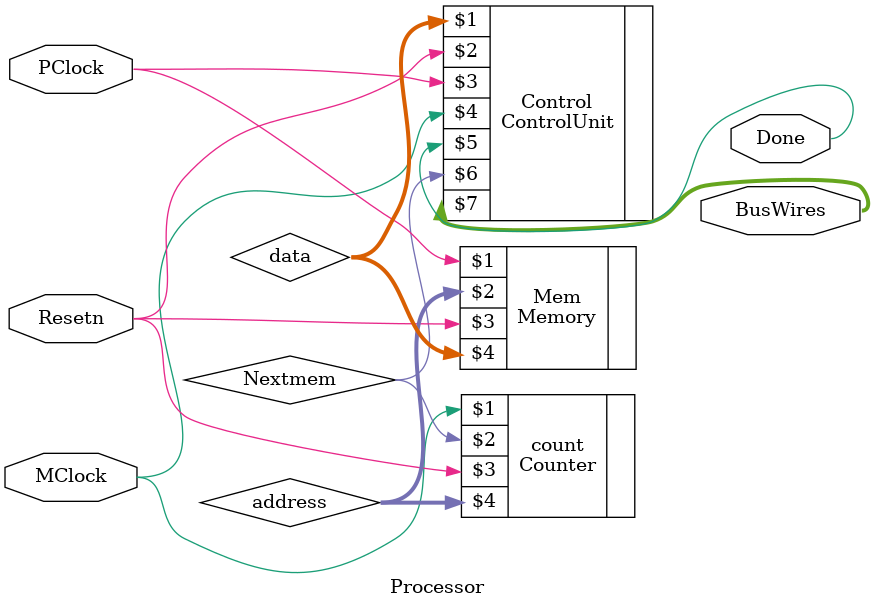
<source format=v>
module Processor(MClock, PClock, Resetn, BusWires, Done);
	input PClock;
	input MClock;
	input Resetn;
	wire [4:0] address;
	wire [15:0] data;
	wire Nextmem;
	output Done;
	output [15:0] BusWires;
	
	Counter count(MClock, Nextmem, Resetn, address);
	Memory Mem (PClock, address, Resetn, data);
	ControlUnit Control (data, Resetn, PClock, MClock, Done, Nextmem, BusWires);

endmodule
</source>
